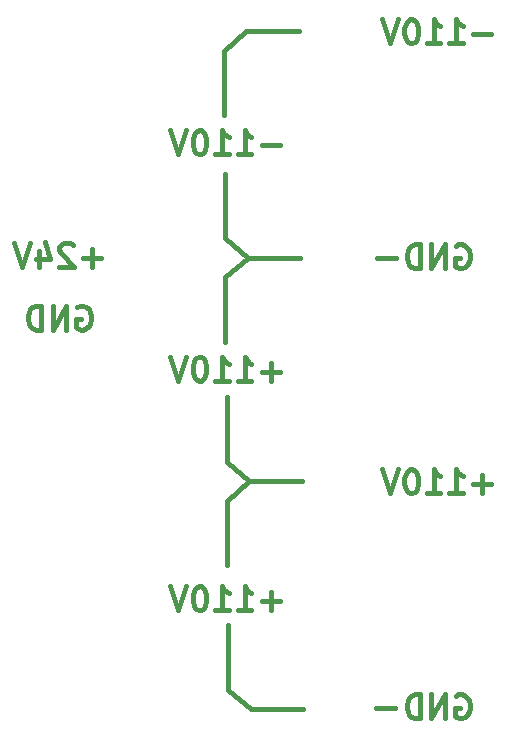
<source format=gbr>
G04 #@! TF.GenerationSoftware,KiCad,Pcbnew,8.0.6*
G04 #@! TF.CreationDate,2024-12-07T23:10:07+01:00*
G04 #@! TF.ProjectId,BOOST_LT8365,424f4f53-545f-44c5-9438-3336352e6b69,rev?*
G04 #@! TF.SameCoordinates,Original*
G04 #@! TF.FileFunction,Legend,Bot*
G04 #@! TF.FilePolarity,Positive*
%FSLAX46Y46*%
G04 Gerber Fmt 4.6, Leading zero omitted, Abs format (unit mm)*
G04 Created by KiCad (PCBNEW 8.0.6) date 2024-12-07 23:10:07*
%MOMM*%
%LPD*%
G01*
G04 APERTURE LIST*
%ADD10C,0.400000*%
G04 APERTURE END LIST*
D10*
X165290500Y-114808000D02*
X163639500Y-114808000D01*
X152781000Y-76708000D02*
X150876000Y-78359000D01*
X157226000Y-76708000D02*
X152781000Y-76708000D01*
X157353000Y-95631000D02*
X152908000Y-95631000D01*
X151003000Y-93980000D02*
X151003000Y-88519000D01*
X151003000Y-97282000D02*
X151003000Y-102743000D01*
X152908000Y-95631000D02*
X151003000Y-97282000D01*
X150876000Y-78359000D02*
X150876000Y-83820000D01*
X150749000Y-59182000D02*
X150749000Y-64643000D01*
X152908000Y-95631000D02*
X151003000Y-93980000D01*
X157099000Y-57531000D02*
X152654000Y-57531000D01*
X157226000Y-76708000D02*
X152781000Y-76708000D01*
X165354000Y-76708000D02*
X163703000Y-76708000D01*
X152781000Y-76708000D02*
X150876000Y-75057000D01*
X157353000Y-95631000D02*
X152908000Y-95631000D01*
X150876000Y-75057000D02*
X150876000Y-69596000D01*
X157480000Y-114935000D02*
X153035000Y-114935000D01*
X153035000Y-114935000D02*
X151130000Y-113284000D01*
X151130000Y-113284000D02*
X151130000Y-107823000D01*
X152654000Y-57531000D02*
X150749000Y-59182000D01*
X170425271Y-75680676D02*
X170615747Y-75585438D01*
X170615747Y-75585438D02*
X170901461Y-75585438D01*
X170901461Y-75585438D02*
X171187176Y-75680676D01*
X171187176Y-75680676D02*
X171377652Y-75871152D01*
X171377652Y-75871152D02*
X171472890Y-76061628D01*
X171472890Y-76061628D02*
X171568128Y-76442580D01*
X171568128Y-76442580D02*
X171568128Y-76728295D01*
X171568128Y-76728295D02*
X171472890Y-77109247D01*
X171472890Y-77109247D02*
X171377652Y-77299723D01*
X171377652Y-77299723D02*
X171187176Y-77490200D01*
X171187176Y-77490200D02*
X170901461Y-77585438D01*
X170901461Y-77585438D02*
X170710985Y-77585438D01*
X170710985Y-77585438D02*
X170425271Y-77490200D01*
X170425271Y-77490200D02*
X170330033Y-77394961D01*
X170330033Y-77394961D02*
X170330033Y-76728295D01*
X170330033Y-76728295D02*
X170710985Y-76728295D01*
X169472890Y-77585438D02*
X169472890Y-75585438D01*
X169472890Y-75585438D02*
X168330033Y-77585438D01*
X168330033Y-77585438D02*
X168330033Y-75585438D01*
X167377652Y-77585438D02*
X167377652Y-75585438D01*
X167377652Y-75585438D02*
X166901462Y-75585438D01*
X166901462Y-75585438D02*
X166615747Y-75680676D01*
X166615747Y-75680676D02*
X166425271Y-75871152D01*
X166425271Y-75871152D02*
X166330033Y-76061628D01*
X166330033Y-76061628D02*
X166234795Y-76442580D01*
X166234795Y-76442580D02*
X166234795Y-76728295D01*
X166234795Y-76728295D02*
X166330033Y-77109247D01*
X166330033Y-77109247D02*
X166425271Y-77299723D01*
X166425271Y-77299723D02*
X166615747Y-77490200D01*
X166615747Y-77490200D02*
X166901462Y-77585438D01*
X166901462Y-77585438D02*
X167377652Y-77585438D01*
X155470652Y-86348533D02*
X153946843Y-86348533D01*
X154708747Y-87110438D02*
X154708747Y-85586628D01*
X151946843Y-87110438D02*
X153089700Y-87110438D01*
X152518272Y-87110438D02*
X152518272Y-85110438D01*
X152518272Y-85110438D02*
X152708748Y-85396152D01*
X152708748Y-85396152D02*
X152899224Y-85586628D01*
X152899224Y-85586628D02*
X153089700Y-85681866D01*
X150042081Y-87110438D02*
X151184938Y-87110438D01*
X150613510Y-87110438D02*
X150613510Y-85110438D01*
X150613510Y-85110438D02*
X150803986Y-85396152D01*
X150803986Y-85396152D02*
X150994462Y-85586628D01*
X150994462Y-85586628D02*
X151184938Y-85681866D01*
X148803986Y-85110438D02*
X148613509Y-85110438D01*
X148613509Y-85110438D02*
X148423033Y-85205676D01*
X148423033Y-85205676D02*
X148327795Y-85300914D01*
X148327795Y-85300914D02*
X148232557Y-85491390D01*
X148232557Y-85491390D02*
X148137319Y-85872342D01*
X148137319Y-85872342D02*
X148137319Y-86348533D01*
X148137319Y-86348533D02*
X148232557Y-86729485D01*
X148232557Y-86729485D02*
X148327795Y-86919961D01*
X148327795Y-86919961D02*
X148423033Y-87015200D01*
X148423033Y-87015200D02*
X148613509Y-87110438D01*
X148613509Y-87110438D02*
X148803986Y-87110438D01*
X148803986Y-87110438D02*
X148994462Y-87015200D01*
X148994462Y-87015200D02*
X149089700Y-86919961D01*
X149089700Y-86919961D02*
X149184938Y-86729485D01*
X149184938Y-86729485D02*
X149280176Y-86348533D01*
X149280176Y-86348533D02*
X149280176Y-85872342D01*
X149280176Y-85872342D02*
X149184938Y-85491390D01*
X149184938Y-85491390D02*
X149089700Y-85300914D01*
X149089700Y-85300914D02*
X148994462Y-85205676D01*
X148994462Y-85205676D02*
X148803986Y-85110438D01*
X147565890Y-85110438D02*
X146899224Y-87110438D01*
X146899224Y-87110438D02*
X146232557Y-85110438D01*
X173377652Y-57773533D02*
X171853843Y-57773533D01*
X169853843Y-58535438D02*
X170996700Y-58535438D01*
X170425272Y-58535438D02*
X170425272Y-56535438D01*
X170425272Y-56535438D02*
X170615748Y-56821152D01*
X170615748Y-56821152D02*
X170806224Y-57011628D01*
X170806224Y-57011628D02*
X170996700Y-57106866D01*
X167949081Y-58535438D02*
X169091938Y-58535438D01*
X168520510Y-58535438D02*
X168520510Y-56535438D01*
X168520510Y-56535438D02*
X168710986Y-56821152D01*
X168710986Y-56821152D02*
X168901462Y-57011628D01*
X168901462Y-57011628D02*
X169091938Y-57106866D01*
X166710986Y-56535438D02*
X166520509Y-56535438D01*
X166520509Y-56535438D02*
X166330033Y-56630676D01*
X166330033Y-56630676D02*
X166234795Y-56725914D01*
X166234795Y-56725914D02*
X166139557Y-56916390D01*
X166139557Y-56916390D02*
X166044319Y-57297342D01*
X166044319Y-57297342D02*
X166044319Y-57773533D01*
X166044319Y-57773533D02*
X166139557Y-58154485D01*
X166139557Y-58154485D02*
X166234795Y-58344961D01*
X166234795Y-58344961D02*
X166330033Y-58440200D01*
X166330033Y-58440200D02*
X166520509Y-58535438D01*
X166520509Y-58535438D02*
X166710986Y-58535438D01*
X166710986Y-58535438D02*
X166901462Y-58440200D01*
X166901462Y-58440200D02*
X166996700Y-58344961D01*
X166996700Y-58344961D02*
X167091938Y-58154485D01*
X167091938Y-58154485D02*
X167187176Y-57773533D01*
X167187176Y-57773533D02*
X167187176Y-57297342D01*
X167187176Y-57297342D02*
X167091938Y-56916390D01*
X167091938Y-56916390D02*
X166996700Y-56725914D01*
X166996700Y-56725914D02*
X166901462Y-56630676D01*
X166901462Y-56630676D02*
X166710986Y-56535438D01*
X165472890Y-56535438D02*
X164806224Y-58535438D01*
X164806224Y-58535438D02*
X164139557Y-56535438D01*
X155470652Y-105779533D02*
X153946843Y-105779533D01*
X154708747Y-106541438D02*
X154708747Y-105017628D01*
X151946843Y-106541438D02*
X153089700Y-106541438D01*
X152518272Y-106541438D02*
X152518272Y-104541438D01*
X152518272Y-104541438D02*
X152708748Y-104827152D01*
X152708748Y-104827152D02*
X152899224Y-105017628D01*
X152899224Y-105017628D02*
X153089700Y-105112866D01*
X150042081Y-106541438D02*
X151184938Y-106541438D01*
X150613510Y-106541438D02*
X150613510Y-104541438D01*
X150613510Y-104541438D02*
X150803986Y-104827152D01*
X150803986Y-104827152D02*
X150994462Y-105017628D01*
X150994462Y-105017628D02*
X151184938Y-105112866D01*
X148803986Y-104541438D02*
X148613509Y-104541438D01*
X148613509Y-104541438D02*
X148423033Y-104636676D01*
X148423033Y-104636676D02*
X148327795Y-104731914D01*
X148327795Y-104731914D02*
X148232557Y-104922390D01*
X148232557Y-104922390D02*
X148137319Y-105303342D01*
X148137319Y-105303342D02*
X148137319Y-105779533D01*
X148137319Y-105779533D02*
X148232557Y-106160485D01*
X148232557Y-106160485D02*
X148327795Y-106350961D01*
X148327795Y-106350961D02*
X148423033Y-106446200D01*
X148423033Y-106446200D02*
X148613509Y-106541438D01*
X148613509Y-106541438D02*
X148803986Y-106541438D01*
X148803986Y-106541438D02*
X148994462Y-106446200D01*
X148994462Y-106446200D02*
X149089700Y-106350961D01*
X149089700Y-106350961D02*
X149184938Y-106160485D01*
X149184938Y-106160485D02*
X149280176Y-105779533D01*
X149280176Y-105779533D02*
X149280176Y-105303342D01*
X149280176Y-105303342D02*
X149184938Y-104922390D01*
X149184938Y-104922390D02*
X149089700Y-104731914D01*
X149089700Y-104731914D02*
X148994462Y-104636676D01*
X148994462Y-104636676D02*
X148803986Y-104541438D01*
X147565890Y-104541438D02*
X146899224Y-106541438D01*
X146899224Y-106541438D02*
X146232557Y-104541438D01*
X138357652Y-80887676D02*
X138548128Y-80792438D01*
X138548128Y-80792438D02*
X138833842Y-80792438D01*
X138833842Y-80792438D02*
X139119557Y-80887676D01*
X139119557Y-80887676D02*
X139310033Y-81078152D01*
X139310033Y-81078152D02*
X139405271Y-81268628D01*
X139405271Y-81268628D02*
X139500509Y-81649580D01*
X139500509Y-81649580D02*
X139500509Y-81935295D01*
X139500509Y-81935295D02*
X139405271Y-82316247D01*
X139405271Y-82316247D02*
X139310033Y-82506723D01*
X139310033Y-82506723D02*
X139119557Y-82697200D01*
X139119557Y-82697200D02*
X138833842Y-82792438D01*
X138833842Y-82792438D02*
X138643366Y-82792438D01*
X138643366Y-82792438D02*
X138357652Y-82697200D01*
X138357652Y-82697200D02*
X138262414Y-82601961D01*
X138262414Y-82601961D02*
X138262414Y-81935295D01*
X138262414Y-81935295D02*
X138643366Y-81935295D01*
X137405271Y-82792438D02*
X137405271Y-80792438D01*
X137405271Y-80792438D02*
X136262414Y-82792438D01*
X136262414Y-82792438D02*
X136262414Y-80792438D01*
X135310033Y-82792438D02*
X135310033Y-80792438D01*
X135310033Y-80792438D02*
X134833843Y-80792438D01*
X134833843Y-80792438D02*
X134548128Y-80887676D01*
X134548128Y-80887676D02*
X134357652Y-81078152D01*
X134357652Y-81078152D02*
X134262414Y-81268628D01*
X134262414Y-81268628D02*
X134167176Y-81649580D01*
X134167176Y-81649580D02*
X134167176Y-81935295D01*
X134167176Y-81935295D02*
X134262414Y-82316247D01*
X134262414Y-82316247D02*
X134357652Y-82506723D01*
X134357652Y-82506723D02*
X134548128Y-82697200D01*
X134548128Y-82697200D02*
X134833843Y-82792438D01*
X134833843Y-82792438D02*
X135310033Y-82792438D01*
X170425271Y-113780676D02*
X170615747Y-113685438D01*
X170615747Y-113685438D02*
X170901461Y-113685438D01*
X170901461Y-113685438D02*
X171187176Y-113780676D01*
X171187176Y-113780676D02*
X171377652Y-113971152D01*
X171377652Y-113971152D02*
X171472890Y-114161628D01*
X171472890Y-114161628D02*
X171568128Y-114542580D01*
X171568128Y-114542580D02*
X171568128Y-114828295D01*
X171568128Y-114828295D02*
X171472890Y-115209247D01*
X171472890Y-115209247D02*
X171377652Y-115399723D01*
X171377652Y-115399723D02*
X171187176Y-115590200D01*
X171187176Y-115590200D02*
X170901461Y-115685438D01*
X170901461Y-115685438D02*
X170710985Y-115685438D01*
X170710985Y-115685438D02*
X170425271Y-115590200D01*
X170425271Y-115590200D02*
X170330033Y-115494961D01*
X170330033Y-115494961D02*
X170330033Y-114828295D01*
X170330033Y-114828295D02*
X170710985Y-114828295D01*
X169472890Y-115685438D02*
X169472890Y-113685438D01*
X169472890Y-113685438D02*
X168330033Y-115685438D01*
X168330033Y-115685438D02*
X168330033Y-113685438D01*
X167377652Y-115685438D02*
X167377652Y-113685438D01*
X167377652Y-113685438D02*
X166901462Y-113685438D01*
X166901462Y-113685438D02*
X166615747Y-113780676D01*
X166615747Y-113780676D02*
X166425271Y-113971152D01*
X166425271Y-113971152D02*
X166330033Y-114161628D01*
X166330033Y-114161628D02*
X166234795Y-114542580D01*
X166234795Y-114542580D02*
X166234795Y-114828295D01*
X166234795Y-114828295D02*
X166330033Y-115209247D01*
X166330033Y-115209247D02*
X166425271Y-115399723D01*
X166425271Y-115399723D02*
X166615747Y-115590200D01*
X166615747Y-115590200D02*
X166901462Y-115685438D01*
X166901462Y-115685438D02*
X167377652Y-115685438D01*
X173377652Y-95873533D02*
X171853843Y-95873533D01*
X172615747Y-96635438D02*
X172615747Y-95111628D01*
X169853843Y-96635438D02*
X170996700Y-96635438D01*
X170425272Y-96635438D02*
X170425272Y-94635438D01*
X170425272Y-94635438D02*
X170615748Y-94921152D01*
X170615748Y-94921152D02*
X170806224Y-95111628D01*
X170806224Y-95111628D02*
X170996700Y-95206866D01*
X167949081Y-96635438D02*
X169091938Y-96635438D01*
X168520510Y-96635438D02*
X168520510Y-94635438D01*
X168520510Y-94635438D02*
X168710986Y-94921152D01*
X168710986Y-94921152D02*
X168901462Y-95111628D01*
X168901462Y-95111628D02*
X169091938Y-95206866D01*
X166710986Y-94635438D02*
X166520509Y-94635438D01*
X166520509Y-94635438D02*
X166330033Y-94730676D01*
X166330033Y-94730676D02*
X166234795Y-94825914D01*
X166234795Y-94825914D02*
X166139557Y-95016390D01*
X166139557Y-95016390D02*
X166044319Y-95397342D01*
X166044319Y-95397342D02*
X166044319Y-95873533D01*
X166044319Y-95873533D02*
X166139557Y-96254485D01*
X166139557Y-96254485D02*
X166234795Y-96444961D01*
X166234795Y-96444961D02*
X166330033Y-96540200D01*
X166330033Y-96540200D02*
X166520509Y-96635438D01*
X166520509Y-96635438D02*
X166710986Y-96635438D01*
X166710986Y-96635438D02*
X166901462Y-96540200D01*
X166901462Y-96540200D02*
X166996700Y-96444961D01*
X166996700Y-96444961D02*
X167091938Y-96254485D01*
X167091938Y-96254485D02*
X167187176Y-95873533D01*
X167187176Y-95873533D02*
X167187176Y-95397342D01*
X167187176Y-95397342D02*
X167091938Y-95016390D01*
X167091938Y-95016390D02*
X166996700Y-94825914D01*
X166996700Y-94825914D02*
X166901462Y-94730676D01*
X166901462Y-94730676D02*
X166710986Y-94635438D01*
X165472890Y-94635438D02*
X164806224Y-96635438D01*
X164806224Y-96635438D02*
X164139557Y-94635438D01*
X155470652Y-67171533D02*
X153946843Y-67171533D01*
X151946843Y-67933438D02*
X153089700Y-67933438D01*
X152518272Y-67933438D02*
X152518272Y-65933438D01*
X152518272Y-65933438D02*
X152708748Y-66219152D01*
X152708748Y-66219152D02*
X152899224Y-66409628D01*
X152899224Y-66409628D02*
X153089700Y-66504866D01*
X150042081Y-67933438D02*
X151184938Y-67933438D01*
X150613510Y-67933438D02*
X150613510Y-65933438D01*
X150613510Y-65933438D02*
X150803986Y-66219152D01*
X150803986Y-66219152D02*
X150994462Y-66409628D01*
X150994462Y-66409628D02*
X151184938Y-66504866D01*
X148803986Y-65933438D02*
X148613509Y-65933438D01*
X148613509Y-65933438D02*
X148423033Y-66028676D01*
X148423033Y-66028676D02*
X148327795Y-66123914D01*
X148327795Y-66123914D02*
X148232557Y-66314390D01*
X148232557Y-66314390D02*
X148137319Y-66695342D01*
X148137319Y-66695342D02*
X148137319Y-67171533D01*
X148137319Y-67171533D02*
X148232557Y-67552485D01*
X148232557Y-67552485D02*
X148327795Y-67742961D01*
X148327795Y-67742961D02*
X148423033Y-67838200D01*
X148423033Y-67838200D02*
X148613509Y-67933438D01*
X148613509Y-67933438D02*
X148803986Y-67933438D01*
X148803986Y-67933438D02*
X148994462Y-67838200D01*
X148994462Y-67838200D02*
X149089700Y-67742961D01*
X149089700Y-67742961D02*
X149184938Y-67552485D01*
X149184938Y-67552485D02*
X149280176Y-67171533D01*
X149280176Y-67171533D02*
X149280176Y-66695342D01*
X149280176Y-66695342D02*
X149184938Y-66314390D01*
X149184938Y-66314390D02*
X149089700Y-66123914D01*
X149089700Y-66123914D02*
X148994462Y-66028676D01*
X148994462Y-66028676D02*
X148803986Y-65933438D01*
X147565890Y-65933438D02*
X146899224Y-67933438D01*
X146899224Y-67933438D02*
X146232557Y-65933438D01*
X140357652Y-76696533D02*
X138833843Y-76696533D01*
X139595747Y-77458438D02*
X139595747Y-75934628D01*
X137976700Y-75648914D02*
X137881462Y-75553676D01*
X137881462Y-75553676D02*
X137690986Y-75458438D01*
X137690986Y-75458438D02*
X137214795Y-75458438D01*
X137214795Y-75458438D02*
X137024319Y-75553676D01*
X137024319Y-75553676D02*
X136929081Y-75648914D01*
X136929081Y-75648914D02*
X136833843Y-75839390D01*
X136833843Y-75839390D02*
X136833843Y-76029866D01*
X136833843Y-76029866D02*
X136929081Y-76315580D01*
X136929081Y-76315580D02*
X138071938Y-77458438D01*
X138071938Y-77458438D02*
X136833843Y-77458438D01*
X135119557Y-76125104D02*
X135119557Y-77458438D01*
X135595748Y-75363200D02*
X136071938Y-76791771D01*
X136071938Y-76791771D02*
X134833843Y-76791771D01*
X134357652Y-75458438D02*
X133690986Y-77458438D01*
X133690986Y-77458438D02*
X133024319Y-75458438D01*
M02*

</source>
